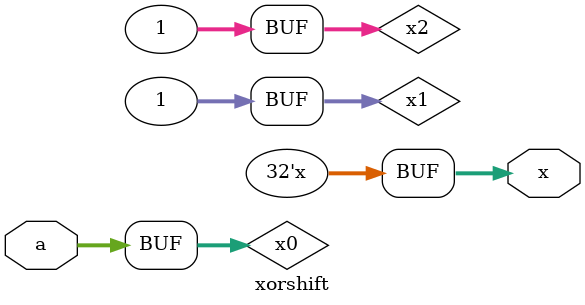
<source format=sv>
/*
Implementing XOR-Shift in system verilog
Got the C code for the algorithm from https://en.wikipedia.org/wiki/Xorshift
Author: Mari Anderson
*/
module xorshift(
    input logic [31:0] a,
    output logic [31:0] x
); 

logic [31:0] x0, x1, x2;
always_comb begin
    x0 <= a;
    if (x0 === 32'bxxxxxxxxxxxxxxxxxxxxxxxxxxxxxxxx) begin // Checks if x0 isn't resolved
        x1 <= 32'd1;
    end else begin
        x1 <= x0 ^ (x0 << 13);
    end
    if (x1 === 32'bxxxxxxxxxxxxxxxxxxxxxxxxxxxxxxxx)begin // Checks if x1 isn't resolved
        x2 <= 32'd1;
    end else begin
        x2 <= x1 ^ (x1 >> 17);
    end
    x <= x2 ^ (x2 << 5);
end

endmodule
</source>
